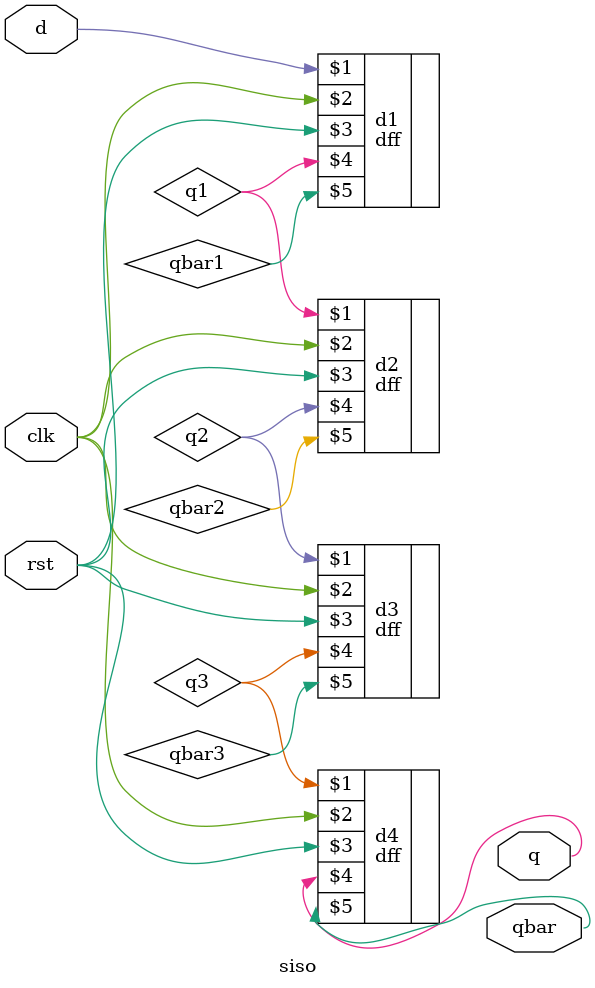
<source format=v>
module siso(input d,clk,rst,output q,output qbar);

wire q1,q2,q3,qbar1,qbar2,qbar3;


dff d1(d,clk,rst,q1,qbar1);
dff d2(q1,clk,rst,q2,qbar2);
dff d3(q2,clk,rst,q3,qbar3);
dff d4(q3,clk,rst,q,qbar);

endmodule
</source>
